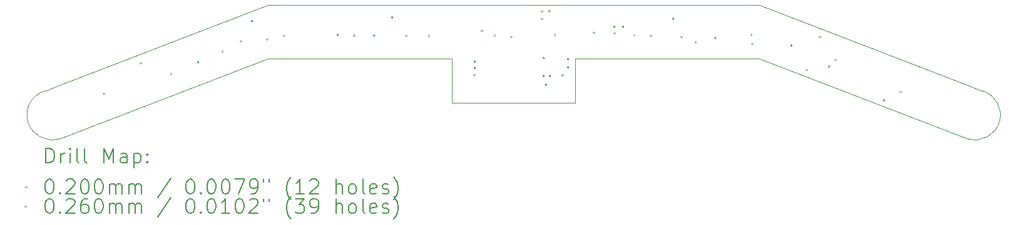
<source format=gbr>
%TF.GenerationSoftware,KiCad,Pcbnew,8.0.3*%
%TF.CreationDate,2025-05-12T20:40:59+02:00*%
%TF.ProjectId,AnalogSensorPCB,416e616c-6f67-4536-956e-736f72504342,rev?*%
%TF.SameCoordinates,Original*%
%TF.FileFunction,Drillmap*%
%TF.FilePolarity,Positive*%
%FSLAX45Y45*%
G04 Gerber Fmt 4.5, Leading zero omitted, Abs format (unit mm)*
G04 Created by KiCad (PCBNEW 8.0.3) date 2025-05-12 20:40:59*
%MOMM*%
%LPD*%
G01*
G04 APERTURE LIST*
%ADD10C,0.050000*%
%ADD11C,0.200000*%
%ADD12C,0.100000*%
G04 APERTURE END LIST*
D10*
X7165000Y-8065000D02*
X9990000Y-6975000D01*
X7165000Y-7340000D02*
X9990000Y-6250000D01*
X16640000Y-6250000D02*
X13315000Y-6250000D01*
X19465000Y-8065000D02*
X16640000Y-6975000D01*
X14150000Y-7575000D02*
X12480000Y-7575000D01*
X16640000Y-6975000D02*
X14150000Y-6975000D01*
X19465000Y-7340000D02*
X16640000Y-6250000D01*
X19655070Y-7412961D02*
G75*
G02*
X19465001Y-8064996I-95030J-326019D01*
G01*
X9990000Y-6975000D02*
X12480000Y-6975000D01*
X12480000Y-6975000D02*
X12480000Y-7575000D01*
X7165000Y-7340000D02*
X6974930Y-7412961D01*
X9990000Y-6250000D02*
X13315000Y-6250000D01*
X14150000Y-6975000D02*
X14150000Y-7575000D01*
X19465000Y-7340000D02*
X19655070Y-7412961D01*
X7165000Y-8065000D02*
G75*
G02*
X6974930Y-7412962I-95035J326019D01*
G01*
D11*
D12*
X8668000Y-7172000D02*
X8688000Y-7192000D01*
X8688000Y-7172000D02*
X8668000Y-7192000D01*
X9362000Y-6868000D02*
X9382000Y-6888000D01*
X9382000Y-6868000D02*
X9362000Y-6888000D01*
X10197000Y-6653000D02*
X10217000Y-6673000D01*
X10217000Y-6653000D02*
X10197000Y-6673000D01*
X11145000Y-6648000D02*
X11165000Y-6668000D01*
X11165000Y-6648000D02*
X11145000Y-6668000D01*
X12156000Y-6656000D02*
X12176000Y-6676000D01*
X12176000Y-6656000D02*
X12156000Y-6676000D01*
X13043000Y-6648000D02*
X13063000Y-6668000D01*
X13063000Y-6648000D02*
X13043000Y-6668000D01*
X13860000Y-6639000D02*
X13880000Y-6659000D01*
X13880000Y-6639000D02*
X13860000Y-6659000D01*
X14935500Y-6644500D02*
X14955500Y-6664500D01*
X14955500Y-6644500D02*
X14935500Y-6664500D01*
X15765000Y-6740000D02*
X15785000Y-6760000D01*
X15785000Y-6740000D02*
X15765000Y-6760000D01*
X16518000Y-6638000D02*
X16538000Y-6658000D01*
X16538000Y-6638000D02*
X16518000Y-6658000D01*
X17657000Y-6983000D02*
X17677000Y-7003000D01*
X17677000Y-6983000D02*
X17657000Y-7003000D01*
X18537000Y-7413000D02*
X18557000Y-7433000D01*
X18557000Y-7413000D02*
X18537000Y-7433000D01*
X7784000Y-7454000D02*
G75*
G02*
X7758000Y-7454000I-13000J0D01*
G01*
X7758000Y-7454000D02*
G75*
G02*
X7784000Y-7454000I13000J0D01*
G01*
X8284000Y-7039000D02*
G75*
G02*
X8258000Y-7039000I-13000J0D01*
G01*
X8258000Y-7039000D02*
G75*
G02*
X8284000Y-7039000I13000J0D01*
G01*
X9059000Y-7027000D02*
G75*
G02*
X9033000Y-7027000I-13000J0D01*
G01*
X9033000Y-7027000D02*
G75*
G02*
X9059000Y-7027000I13000J0D01*
G01*
X9641000Y-6741000D02*
G75*
G02*
X9615000Y-6741000I-13000J0D01*
G01*
X9615000Y-6741000D02*
G75*
G02*
X9641000Y-6741000I13000J0D01*
G01*
X9788000Y-6469000D02*
G75*
G02*
X9762000Y-6469000I-13000J0D01*
G01*
X9762000Y-6469000D02*
G75*
G02*
X9788000Y-6469000I13000J0D01*
G01*
X9995000Y-6715000D02*
G75*
G02*
X9969000Y-6715000I-13000J0D01*
G01*
X9969000Y-6715000D02*
G75*
G02*
X9995000Y-6715000I13000J0D01*
G01*
X10946000Y-6654000D02*
G75*
G02*
X10920000Y-6654000I-13000J0D01*
G01*
X10920000Y-6654000D02*
G75*
G02*
X10946000Y-6654000I13000J0D01*
G01*
X11442000Y-6663000D02*
G75*
G02*
X11416000Y-6663000I-13000J0D01*
G01*
X11416000Y-6663000D02*
G75*
G02*
X11442000Y-6663000I13000J0D01*
G01*
X11688000Y-6416000D02*
G75*
G02*
X11662000Y-6416000I-13000J0D01*
G01*
X11662000Y-6416000D02*
G75*
G02*
X11688000Y-6416000I13000J0D01*
G01*
X11875000Y-6663000D02*
G75*
G02*
X11849000Y-6663000I-13000J0D01*
G01*
X11849000Y-6663000D02*
G75*
G02*
X11875000Y-6663000I13000J0D01*
G01*
X12799000Y-7199000D02*
G75*
G02*
X12773000Y-7199000I-13000J0D01*
G01*
X12773000Y-7199000D02*
G75*
G02*
X12799000Y-7199000I13000J0D01*
G01*
X12804000Y-7101000D02*
G75*
G02*
X12778000Y-7101000I-13000J0D01*
G01*
X12778000Y-7101000D02*
G75*
G02*
X12804000Y-7101000I13000J0D01*
G01*
X12805000Y-7018000D02*
G75*
G02*
X12779000Y-7018000I-13000J0D01*
G01*
X12779000Y-7018000D02*
G75*
G02*
X12805000Y-7018000I13000J0D01*
G01*
X12900000Y-6600000D02*
G75*
G02*
X12874000Y-6600000I-13000J0D01*
G01*
X12874000Y-6600000D02*
G75*
G02*
X12900000Y-6600000I13000J0D01*
G01*
X13299000Y-6685000D02*
G75*
G02*
X13273000Y-6685000I-13000J0D01*
G01*
X13273000Y-6685000D02*
G75*
G02*
X13299000Y-6685000I13000J0D01*
G01*
X13713000Y-6337000D02*
G75*
G02*
X13687000Y-6337000I-13000J0D01*
G01*
X13687000Y-6337000D02*
G75*
G02*
X13713000Y-6337000I13000J0D01*
G01*
X13713000Y-6435000D02*
G75*
G02*
X13687000Y-6435000I-13000J0D01*
G01*
X13687000Y-6435000D02*
G75*
G02*
X13713000Y-6435000I13000J0D01*
G01*
X13731000Y-7211000D02*
G75*
G02*
X13705000Y-7211000I-13000J0D01*
G01*
X13705000Y-7211000D02*
G75*
G02*
X13731000Y-7211000I13000J0D01*
G01*
X13736000Y-6968000D02*
G75*
G02*
X13710000Y-6968000I-13000J0D01*
G01*
X13710000Y-6968000D02*
G75*
G02*
X13736000Y-6968000I13000J0D01*
G01*
X13770000Y-7331000D02*
G75*
G02*
X13744000Y-7331000I-13000J0D01*
G01*
X13744000Y-7331000D02*
G75*
G02*
X13770000Y-7331000I13000J0D01*
G01*
X13813000Y-6331000D02*
G75*
G02*
X13787000Y-6331000I-13000J0D01*
G01*
X13787000Y-6331000D02*
G75*
G02*
X13813000Y-6331000I13000J0D01*
G01*
X13819000Y-7210000D02*
G75*
G02*
X13793000Y-7210000I-13000J0D01*
G01*
X13793000Y-7210000D02*
G75*
G02*
X13819000Y-7210000I13000J0D01*
G01*
X13988000Y-7200000D02*
G75*
G02*
X13962000Y-7200000I-13000J0D01*
G01*
X13962000Y-7200000D02*
G75*
G02*
X13988000Y-7200000I13000J0D01*
G01*
X14063000Y-6986000D02*
G75*
G02*
X14037000Y-6986000I-13000J0D01*
G01*
X14037000Y-6986000D02*
G75*
G02*
X14063000Y-6986000I13000J0D01*
G01*
X14065000Y-7096000D02*
G75*
G02*
X14039000Y-7096000I-13000J0D01*
G01*
X14039000Y-7096000D02*
G75*
G02*
X14065000Y-7096000I13000J0D01*
G01*
X14415000Y-6626000D02*
G75*
G02*
X14389000Y-6626000I-13000J0D01*
G01*
X14389000Y-6626000D02*
G75*
G02*
X14415000Y-6626000I13000J0D01*
G01*
X14688000Y-6545000D02*
G75*
G02*
X14662000Y-6545000I-13000J0D01*
G01*
X14662000Y-6545000D02*
G75*
G02*
X14688000Y-6545000I13000J0D01*
G01*
X14691000Y-6632000D02*
G75*
G02*
X14665000Y-6632000I-13000J0D01*
G01*
X14665000Y-6632000D02*
G75*
G02*
X14691000Y-6632000I13000J0D01*
G01*
X14807000Y-6543000D02*
G75*
G02*
X14781000Y-6543000I-13000J0D01*
G01*
X14781000Y-6543000D02*
G75*
G02*
X14807000Y-6543000I13000J0D01*
G01*
X15188000Y-6665000D02*
G75*
G02*
X15162000Y-6665000I-13000J0D01*
G01*
X15162000Y-6665000D02*
G75*
G02*
X15188000Y-6665000I13000J0D01*
G01*
X15488000Y-6433000D02*
G75*
G02*
X15462000Y-6433000I-13000J0D01*
G01*
X15462000Y-6433000D02*
G75*
G02*
X15488000Y-6433000I13000J0D01*
G01*
X15600000Y-6681000D02*
G75*
G02*
X15574000Y-6681000I-13000J0D01*
G01*
X15574000Y-6681000D02*
G75*
G02*
X15600000Y-6681000I13000J0D01*
G01*
X16055000Y-6693000D02*
G75*
G02*
X16029000Y-6693000I-13000J0D01*
G01*
X16029000Y-6693000D02*
G75*
G02*
X16055000Y-6693000I13000J0D01*
G01*
X16555000Y-6776000D02*
G75*
G02*
X16529000Y-6776000I-13000J0D01*
G01*
X16529000Y-6776000D02*
G75*
G02*
X16555000Y-6776000I13000J0D01*
G01*
X17083000Y-6797000D02*
G75*
G02*
X17057000Y-6797000I-13000J0D01*
G01*
X17057000Y-6797000D02*
G75*
G02*
X17083000Y-6797000I13000J0D01*
G01*
X17293000Y-7130000D02*
G75*
G02*
X17267000Y-7130000I-13000J0D01*
G01*
X17267000Y-7130000D02*
G75*
G02*
X17293000Y-7130000I13000J0D01*
G01*
X17470000Y-6681000D02*
G75*
G02*
X17444000Y-6681000I-13000J0D01*
G01*
X17444000Y-6681000D02*
G75*
G02*
X17470000Y-6681000I13000J0D01*
G01*
X17596000Y-7083000D02*
G75*
G02*
X17570000Y-7083000I-13000J0D01*
G01*
X17570000Y-7083000D02*
G75*
G02*
X17596000Y-7083000I13000J0D01*
G01*
X18339000Y-7539000D02*
G75*
G02*
X18313000Y-7539000I-13000J0D01*
G01*
X18313000Y-7539000D02*
G75*
G02*
X18339000Y-7539000I13000J0D01*
G01*
D11*
X6988654Y-8392553D02*
X6988654Y-8192553D01*
X6988654Y-8192553D02*
X7036273Y-8192553D01*
X7036273Y-8192553D02*
X7064844Y-8202076D01*
X7064844Y-8202076D02*
X7083892Y-8221124D01*
X7083892Y-8221124D02*
X7093416Y-8240172D01*
X7093416Y-8240172D02*
X7102940Y-8278267D01*
X7102940Y-8278267D02*
X7102940Y-8306838D01*
X7102940Y-8306838D02*
X7093416Y-8344934D01*
X7093416Y-8344934D02*
X7083892Y-8363981D01*
X7083892Y-8363981D02*
X7064844Y-8383029D01*
X7064844Y-8383029D02*
X7036273Y-8392553D01*
X7036273Y-8392553D02*
X6988654Y-8392553D01*
X7188654Y-8392553D02*
X7188654Y-8259219D01*
X7188654Y-8297315D02*
X7198178Y-8278267D01*
X7198178Y-8278267D02*
X7207701Y-8268743D01*
X7207701Y-8268743D02*
X7226749Y-8259219D01*
X7226749Y-8259219D02*
X7245797Y-8259219D01*
X7312463Y-8392553D02*
X7312463Y-8259219D01*
X7312463Y-8192553D02*
X7302940Y-8202076D01*
X7302940Y-8202076D02*
X7312463Y-8211600D01*
X7312463Y-8211600D02*
X7321987Y-8202076D01*
X7321987Y-8202076D02*
X7312463Y-8192553D01*
X7312463Y-8192553D02*
X7312463Y-8211600D01*
X7436273Y-8392553D02*
X7417225Y-8383029D01*
X7417225Y-8383029D02*
X7407701Y-8363981D01*
X7407701Y-8363981D02*
X7407701Y-8192553D01*
X7541035Y-8392553D02*
X7521987Y-8383029D01*
X7521987Y-8383029D02*
X7512463Y-8363981D01*
X7512463Y-8363981D02*
X7512463Y-8192553D01*
X7769606Y-8392553D02*
X7769606Y-8192553D01*
X7769606Y-8192553D02*
X7836273Y-8335410D01*
X7836273Y-8335410D02*
X7902940Y-8192553D01*
X7902940Y-8192553D02*
X7902940Y-8392553D01*
X8083892Y-8392553D02*
X8083892Y-8287791D01*
X8083892Y-8287791D02*
X8074368Y-8268743D01*
X8074368Y-8268743D02*
X8055321Y-8259219D01*
X8055321Y-8259219D02*
X8017225Y-8259219D01*
X8017225Y-8259219D02*
X7998178Y-8268743D01*
X8083892Y-8383029D02*
X8064844Y-8392553D01*
X8064844Y-8392553D02*
X8017225Y-8392553D01*
X8017225Y-8392553D02*
X7998178Y-8383029D01*
X7998178Y-8383029D02*
X7988654Y-8363981D01*
X7988654Y-8363981D02*
X7988654Y-8344934D01*
X7988654Y-8344934D02*
X7998178Y-8325886D01*
X7998178Y-8325886D02*
X8017225Y-8316362D01*
X8017225Y-8316362D02*
X8064844Y-8316362D01*
X8064844Y-8316362D02*
X8083892Y-8306838D01*
X8179130Y-8259219D02*
X8179130Y-8459219D01*
X8179130Y-8268743D02*
X8198178Y-8259219D01*
X8198178Y-8259219D02*
X8236273Y-8259219D01*
X8236273Y-8259219D02*
X8255321Y-8268743D01*
X8255321Y-8268743D02*
X8264844Y-8278267D01*
X8264844Y-8278267D02*
X8274368Y-8297315D01*
X8274368Y-8297315D02*
X8274368Y-8354457D01*
X8274368Y-8354457D02*
X8264844Y-8373505D01*
X8264844Y-8373505D02*
X8255321Y-8383029D01*
X8255321Y-8383029D02*
X8236273Y-8392553D01*
X8236273Y-8392553D02*
X8198178Y-8392553D01*
X8198178Y-8392553D02*
X8179130Y-8383029D01*
X8360082Y-8373505D02*
X8369606Y-8383029D01*
X8369606Y-8383029D02*
X8360082Y-8392553D01*
X8360082Y-8392553D02*
X8350559Y-8383029D01*
X8350559Y-8383029D02*
X8360082Y-8373505D01*
X8360082Y-8373505D02*
X8360082Y-8392553D01*
X8360082Y-8268743D02*
X8369606Y-8278267D01*
X8369606Y-8278267D02*
X8360082Y-8287791D01*
X8360082Y-8287791D02*
X8350559Y-8278267D01*
X8350559Y-8278267D02*
X8360082Y-8268743D01*
X8360082Y-8268743D02*
X8360082Y-8287791D01*
D12*
X6707877Y-8711069D02*
X6727877Y-8731069D01*
X6727877Y-8711069D02*
X6707877Y-8731069D01*
D11*
X7026749Y-8612553D02*
X7045797Y-8612553D01*
X7045797Y-8612553D02*
X7064844Y-8622077D01*
X7064844Y-8622077D02*
X7074368Y-8631600D01*
X7074368Y-8631600D02*
X7083892Y-8650648D01*
X7083892Y-8650648D02*
X7093416Y-8688743D01*
X7093416Y-8688743D02*
X7093416Y-8736362D01*
X7093416Y-8736362D02*
X7083892Y-8774457D01*
X7083892Y-8774457D02*
X7074368Y-8793505D01*
X7074368Y-8793505D02*
X7064844Y-8803029D01*
X7064844Y-8803029D02*
X7045797Y-8812553D01*
X7045797Y-8812553D02*
X7026749Y-8812553D01*
X7026749Y-8812553D02*
X7007701Y-8803029D01*
X7007701Y-8803029D02*
X6998178Y-8793505D01*
X6998178Y-8793505D02*
X6988654Y-8774457D01*
X6988654Y-8774457D02*
X6979130Y-8736362D01*
X6979130Y-8736362D02*
X6979130Y-8688743D01*
X6979130Y-8688743D02*
X6988654Y-8650648D01*
X6988654Y-8650648D02*
X6998178Y-8631600D01*
X6998178Y-8631600D02*
X7007701Y-8622077D01*
X7007701Y-8622077D02*
X7026749Y-8612553D01*
X7179130Y-8793505D02*
X7188654Y-8803029D01*
X7188654Y-8803029D02*
X7179130Y-8812553D01*
X7179130Y-8812553D02*
X7169606Y-8803029D01*
X7169606Y-8803029D02*
X7179130Y-8793505D01*
X7179130Y-8793505D02*
X7179130Y-8812553D01*
X7264844Y-8631600D02*
X7274368Y-8622077D01*
X7274368Y-8622077D02*
X7293416Y-8612553D01*
X7293416Y-8612553D02*
X7341035Y-8612553D01*
X7341035Y-8612553D02*
X7360082Y-8622077D01*
X7360082Y-8622077D02*
X7369606Y-8631600D01*
X7369606Y-8631600D02*
X7379130Y-8650648D01*
X7379130Y-8650648D02*
X7379130Y-8669696D01*
X7379130Y-8669696D02*
X7369606Y-8698267D01*
X7369606Y-8698267D02*
X7255321Y-8812553D01*
X7255321Y-8812553D02*
X7379130Y-8812553D01*
X7502940Y-8612553D02*
X7521987Y-8612553D01*
X7521987Y-8612553D02*
X7541035Y-8622077D01*
X7541035Y-8622077D02*
X7550559Y-8631600D01*
X7550559Y-8631600D02*
X7560082Y-8650648D01*
X7560082Y-8650648D02*
X7569606Y-8688743D01*
X7569606Y-8688743D02*
X7569606Y-8736362D01*
X7569606Y-8736362D02*
X7560082Y-8774457D01*
X7560082Y-8774457D02*
X7550559Y-8793505D01*
X7550559Y-8793505D02*
X7541035Y-8803029D01*
X7541035Y-8803029D02*
X7521987Y-8812553D01*
X7521987Y-8812553D02*
X7502940Y-8812553D01*
X7502940Y-8812553D02*
X7483892Y-8803029D01*
X7483892Y-8803029D02*
X7474368Y-8793505D01*
X7474368Y-8793505D02*
X7464844Y-8774457D01*
X7464844Y-8774457D02*
X7455321Y-8736362D01*
X7455321Y-8736362D02*
X7455321Y-8688743D01*
X7455321Y-8688743D02*
X7464844Y-8650648D01*
X7464844Y-8650648D02*
X7474368Y-8631600D01*
X7474368Y-8631600D02*
X7483892Y-8622077D01*
X7483892Y-8622077D02*
X7502940Y-8612553D01*
X7693416Y-8612553D02*
X7712463Y-8612553D01*
X7712463Y-8612553D02*
X7731511Y-8622077D01*
X7731511Y-8622077D02*
X7741035Y-8631600D01*
X7741035Y-8631600D02*
X7750559Y-8650648D01*
X7750559Y-8650648D02*
X7760082Y-8688743D01*
X7760082Y-8688743D02*
X7760082Y-8736362D01*
X7760082Y-8736362D02*
X7750559Y-8774457D01*
X7750559Y-8774457D02*
X7741035Y-8793505D01*
X7741035Y-8793505D02*
X7731511Y-8803029D01*
X7731511Y-8803029D02*
X7712463Y-8812553D01*
X7712463Y-8812553D02*
X7693416Y-8812553D01*
X7693416Y-8812553D02*
X7674368Y-8803029D01*
X7674368Y-8803029D02*
X7664844Y-8793505D01*
X7664844Y-8793505D02*
X7655321Y-8774457D01*
X7655321Y-8774457D02*
X7645797Y-8736362D01*
X7645797Y-8736362D02*
X7645797Y-8688743D01*
X7645797Y-8688743D02*
X7655321Y-8650648D01*
X7655321Y-8650648D02*
X7664844Y-8631600D01*
X7664844Y-8631600D02*
X7674368Y-8622077D01*
X7674368Y-8622077D02*
X7693416Y-8612553D01*
X7845797Y-8812553D02*
X7845797Y-8679219D01*
X7845797Y-8698267D02*
X7855321Y-8688743D01*
X7855321Y-8688743D02*
X7874368Y-8679219D01*
X7874368Y-8679219D02*
X7902940Y-8679219D01*
X7902940Y-8679219D02*
X7921987Y-8688743D01*
X7921987Y-8688743D02*
X7931511Y-8707791D01*
X7931511Y-8707791D02*
X7931511Y-8812553D01*
X7931511Y-8707791D02*
X7941035Y-8688743D01*
X7941035Y-8688743D02*
X7960082Y-8679219D01*
X7960082Y-8679219D02*
X7988654Y-8679219D01*
X7988654Y-8679219D02*
X8007702Y-8688743D01*
X8007702Y-8688743D02*
X8017225Y-8707791D01*
X8017225Y-8707791D02*
X8017225Y-8812553D01*
X8112463Y-8812553D02*
X8112463Y-8679219D01*
X8112463Y-8698267D02*
X8121987Y-8688743D01*
X8121987Y-8688743D02*
X8141035Y-8679219D01*
X8141035Y-8679219D02*
X8169606Y-8679219D01*
X8169606Y-8679219D02*
X8188654Y-8688743D01*
X8188654Y-8688743D02*
X8198178Y-8707791D01*
X8198178Y-8707791D02*
X8198178Y-8812553D01*
X8198178Y-8707791D02*
X8207702Y-8688743D01*
X8207702Y-8688743D02*
X8226749Y-8679219D01*
X8226749Y-8679219D02*
X8255321Y-8679219D01*
X8255321Y-8679219D02*
X8274368Y-8688743D01*
X8274368Y-8688743D02*
X8283892Y-8707791D01*
X8283892Y-8707791D02*
X8283892Y-8812553D01*
X8674368Y-8603029D02*
X8502940Y-8860172D01*
X8931511Y-8612553D02*
X8950559Y-8612553D01*
X8950559Y-8612553D02*
X8969607Y-8622077D01*
X8969607Y-8622077D02*
X8979130Y-8631600D01*
X8979130Y-8631600D02*
X8988654Y-8650648D01*
X8988654Y-8650648D02*
X8998178Y-8688743D01*
X8998178Y-8688743D02*
X8998178Y-8736362D01*
X8998178Y-8736362D02*
X8988654Y-8774457D01*
X8988654Y-8774457D02*
X8979130Y-8793505D01*
X8979130Y-8793505D02*
X8969607Y-8803029D01*
X8969607Y-8803029D02*
X8950559Y-8812553D01*
X8950559Y-8812553D02*
X8931511Y-8812553D01*
X8931511Y-8812553D02*
X8912464Y-8803029D01*
X8912464Y-8803029D02*
X8902940Y-8793505D01*
X8902940Y-8793505D02*
X8893416Y-8774457D01*
X8893416Y-8774457D02*
X8883892Y-8736362D01*
X8883892Y-8736362D02*
X8883892Y-8688743D01*
X8883892Y-8688743D02*
X8893416Y-8650648D01*
X8893416Y-8650648D02*
X8902940Y-8631600D01*
X8902940Y-8631600D02*
X8912464Y-8622077D01*
X8912464Y-8622077D02*
X8931511Y-8612553D01*
X9083892Y-8793505D02*
X9093416Y-8803029D01*
X9093416Y-8803029D02*
X9083892Y-8812553D01*
X9083892Y-8812553D02*
X9074368Y-8803029D01*
X9074368Y-8803029D02*
X9083892Y-8793505D01*
X9083892Y-8793505D02*
X9083892Y-8812553D01*
X9217226Y-8612553D02*
X9236273Y-8612553D01*
X9236273Y-8612553D02*
X9255321Y-8622077D01*
X9255321Y-8622077D02*
X9264845Y-8631600D01*
X9264845Y-8631600D02*
X9274368Y-8650648D01*
X9274368Y-8650648D02*
X9283892Y-8688743D01*
X9283892Y-8688743D02*
X9283892Y-8736362D01*
X9283892Y-8736362D02*
X9274368Y-8774457D01*
X9274368Y-8774457D02*
X9264845Y-8793505D01*
X9264845Y-8793505D02*
X9255321Y-8803029D01*
X9255321Y-8803029D02*
X9236273Y-8812553D01*
X9236273Y-8812553D02*
X9217226Y-8812553D01*
X9217226Y-8812553D02*
X9198178Y-8803029D01*
X9198178Y-8803029D02*
X9188654Y-8793505D01*
X9188654Y-8793505D02*
X9179130Y-8774457D01*
X9179130Y-8774457D02*
X9169607Y-8736362D01*
X9169607Y-8736362D02*
X9169607Y-8688743D01*
X9169607Y-8688743D02*
X9179130Y-8650648D01*
X9179130Y-8650648D02*
X9188654Y-8631600D01*
X9188654Y-8631600D02*
X9198178Y-8622077D01*
X9198178Y-8622077D02*
X9217226Y-8612553D01*
X9407702Y-8612553D02*
X9426749Y-8612553D01*
X9426749Y-8612553D02*
X9445797Y-8622077D01*
X9445797Y-8622077D02*
X9455321Y-8631600D01*
X9455321Y-8631600D02*
X9464845Y-8650648D01*
X9464845Y-8650648D02*
X9474368Y-8688743D01*
X9474368Y-8688743D02*
X9474368Y-8736362D01*
X9474368Y-8736362D02*
X9464845Y-8774457D01*
X9464845Y-8774457D02*
X9455321Y-8793505D01*
X9455321Y-8793505D02*
X9445797Y-8803029D01*
X9445797Y-8803029D02*
X9426749Y-8812553D01*
X9426749Y-8812553D02*
X9407702Y-8812553D01*
X9407702Y-8812553D02*
X9388654Y-8803029D01*
X9388654Y-8803029D02*
X9379130Y-8793505D01*
X9379130Y-8793505D02*
X9369607Y-8774457D01*
X9369607Y-8774457D02*
X9360083Y-8736362D01*
X9360083Y-8736362D02*
X9360083Y-8688743D01*
X9360083Y-8688743D02*
X9369607Y-8650648D01*
X9369607Y-8650648D02*
X9379130Y-8631600D01*
X9379130Y-8631600D02*
X9388654Y-8622077D01*
X9388654Y-8622077D02*
X9407702Y-8612553D01*
X9541035Y-8612553D02*
X9674368Y-8612553D01*
X9674368Y-8612553D02*
X9588654Y-8812553D01*
X9760083Y-8812553D02*
X9798178Y-8812553D01*
X9798178Y-8812553D02*
X9817226Y-8803029D01*
X9817226Y-8803029D02*
X9826749Y-8793505D01*
X9826749Y-8793505D02*
X9845797Y-8764934D01*
X9845797Y-8764934D02*
X9855321Y-8726838D01*
X9855321Y-8726838D02*
X9855321Y-8650648D01*
X9855321Y-8650648D02*
X9845797Y-8631600D01*
X9845797Y-8631600D02*
X9836273Y-8622077D01*
X9836273Y-8622077D02*
X9817226Y-8612553D01*
X9817226Y-8612553D02*
X9779130Y-8612553D01*
X9779130Y-8612553D02*
X9760083Y-8622077D01*
X9760083Y-8622077D02*
X9750559Y-8631600D01*
X9750559Y-8631600D02*
X9741035Y-8650648D01*
X9741035Y-8650648D02*
X9741035Y-8698267D01*
X9741035Y-8698267D02*
X9750559Y-8717315D01*
X9750559Y-8717315D02*
X9760083Y-8726838D01*
X9760083Y-8726838D02*
X9779130Y-8736362D01*
X9779130Y-8736362D02*
X9817226Y-8736362D01*
X9817226Y-8736362D02*
X9836273Y-8726838D01*
X9836273Y-8726838D02*
X9845797Y-8717315D01*
X9845797Y-8717315D02*
X9855321Y-8698267D01*
X9931511Y-8612553D02*
X9931511Y-8650648D01*
X10007702Y-8612553D02*
X10007702Y-8650648D01*
X10302940Y-8888743D02*
X10293416Y-8879219D01*
X10293416Y-8879219D02*
X10274369Y-8850648D01*
X10274369Y-8850648D02*
X10264845Y-8831600D01*
X10264845Y-8831600D02*
X10255321Y-8803029D01*
X10255321Y-8803029D02*
X10245797Y-8755410D01*
X10245797Y-8755410D02*
X10245797Y-8717315D01*
X10245797Y-8717315D02*
X10255321Y-8669696D01*
X10255321Y-8669696D02*
X10264845Y-8641124D01*
X10264845Y-8641124D02*
X10274369Y-8622077D01*
X10274369Y-8622077D02*
X10293416Y-8593505D01*
X10293416Y-8593505D02*
X10302940Y-8583981D01*
X10483892Y-8812553D02*
X10369607Y-8812553D01*
X10426749Y-8812553D02*
X10426749Y-8612553D01*
X10426749Y-8612553D02*
X10407702Y-8641124D01*
X10407702Y-8641124D02*
X10388654Y-8660172D01*
X10388654Y-8660172D02*
X10369607Y-8669696D01*
X10560083Y-8631600D02*
X10569607Y-8622077D01*
X10569607Y-8622077D02*
X10588654Y-8612553D01*
X10588654Y-8612553D02*
X10636273Y-8612553D01*
X10636273Y-8612553D02*
X10655321Y-8622077D01*
X10655321Y-8622077D02*
X10664845Y-8631600D01*
X10664845Y-8631600D02*
X10674369Y-8650648D01*
X10674369Y-8650648D02*
X10674369Y-8669696D01*
X10674369Y-8669696D02*
X10664845Y-8698267D01*
X10664845Y-8698267D02*
X10550559Y-8812553D01*
X10550559Y-8812553D02*
X10674369Y-8812553D01*
X10912464Y-8812553D02*
X10912464Y-8612553D01*
X10998178Y-8812553D02*
X10998178Y-8707791D01*
X10998178Y-8707791D02*
X10988654Y-8688743D01*
X10988654Y-8688743D02*
X10969607Y-8679219D01*
X10969607Y-8679219D02*
X10941035Y-8679219D01*
X10941035Y-8679219D02*
X10921988Y-8688743D01*
X10921988Y-8688743D02*
X10912464Y-8698267D01*
X11121988Y-8812553D02*
X11102940Y-8803029D01*
X11102940Y-8803029D02*
X11093416Y-8793505D01*
X11093416Y-8793505D02*
X11083892Y-8774457D01*
X11083892Y-8774457D02*
X11083892Y-8717315D01*
X11083892Y-8717315D02*
X11093416Y-8698267D01*
X11093416Y-8698267D02*
X11102940Y-8688743D01*
X11102940Y-8688743D02*
X11121988Y-8679219D01*
X11121988Y-8679219D02*
X11150559Y-8679219D01*
X11150559Y-8679219D02*
X11169607Y-8688743D01*
X11169607Y-8688743D02*
X11179131Y-8698267D01*
X11179131Y-8698267D02*
X11188654Y-8717315D01*
X11188654Y-8717315D02*
X11188654Y-8774457D01*
X11188654Y-8774457D02*
X11179131Y-8793505D01*
X11179131Y-8793505D02*
X11169607Y-8803029D01*
X11169607Y-8803029D02*
X11150559Y-8812553D01*
X11150559Y-8812553D02*
X11121988Y-8812553D01*
X11302940Y-8812553D02*
X11283892Y-8803029D01*
X11283892Y-8803029D02*
X11274369Y-8783981D01*
X11274369Y-8783981D02*
X11274369Y-8612553D01*
X11455321Y-8803029D02*
X11436273Y-8812553D01*
X11436273Y-8812553D02*
X11398178Y-8812553D01*
X11398178Y-8812553D02*
X11379130Y-8803029D01*
X11379130Y-8803029D02*
X11369607Y-8783981D01*
X11369607Y-8783981D02*
X11369607Y-8707791D01*
X11369607Y-8707791D02*
X11379130Y-8688743D01*
X11379130Y-8688743D02*
X11398178Y-8679219D01*
X11398178Y-8679219D02*
X11436273Y-8679219D01*
X11436273Y-8679219D02*
X11455321Y-8688743D01*
X11455321Y-8688743D02*
X11464845Y-8707791D01*
X11464845Y-8707791D02*
X11464845Y-8726838D01*
X11464845Y-8726838D02*
X11369607Y-8745886D01*
X11541035Y-8803029D02*
X11560083Y-8812553D01*
X11560083Y-8812553D02*
X11598178Y-8812553D01*
X11598178Y-8812553D02*
X11617226Y-8803029D01*
X11617226Y-8803029D02*
X11626750Y-8783981D01*
X11626750Y-8783981D02*
X11626750Y-8774457D01*
X11626750Y-8774457D02*
X11617226Y-8755410D01*
X11617226Y-8755410D02*
X11598178Y-8745886D01*
X11598178Y-8745886D02*
X11569607Y-8745886D01*
X11569607Y-8745886D02*
X11550559Y-8736362D01*
X11550559Y-8736362D02*
X11541035Y-8717315D01*
X11541035Y-8717315D02*
X11541035Y-8707791D01*
X11541035Y-8707791D02*
X11550559Y-8688743D01*
X11550559Y-8688743D02*
X11569607Y-8679219D01*
X11569607Y-8679219D02*
X11598178Y-8679219D01*
X11598178Y-8679219D02*
X11617226Y-8688743D01*
X11693416Y-8888743D02*
X11702940Y-8879219D01*
X11702940Y-8879219D02*
X11721988Y-8850648D01*
X11721988Y-8850648D02*
X11731511Y-8831600D01*
X11731511Y-8831600D02*
X11741035Y-8803029D01*
X11741035Y-8803029D02*
X11750559Y-8755410D01*
X11750559Y-8755410D02*
X11750559Y-8717315D01*
X11750559Y-8717315D02*
X11741035Y-8669696D01*
X11741035Y-8669696D02*
X11731511Y-8641124D01*
X11731511Y-8641124D02*
X11721988Y-8622077D01*
X11721988Y-8622077D02*
X11702940Y-8593505D01*
X11702940Y-8593505D02*
X11693416Y-8583981D01*
D12*
X6727877Y-8985069D02*
G75*
G02*
X6701877Y-8985069I-13000J0D01*
G01*
X6701877Y-8985069D02*
G75*
G02*
X6727877Y-8985069I13000J0D01*
G01*
D11*
X7026749Y-8876553D02*
X7045797Y-8876553D01*
X7045797Y-8876553D02*
X7064844Y-8886077D01*
X7064844Y-8886077D02*
X7074368Y-8895600D01*
X7074368Y-8895600D02*
X7083892Y-8914648D01*
X7083892Y-8914648D02*
X7093416Y-8952743D01*
X7093416Y-8952743D02*
X7093416Y-9000362D01*
X7093416Y-9000362D02*
X7083892Y-9038457D01*
X7083892Y-9038457D02*
X7074368Y-9057505D01*
X7074368Y-9057505D02*
X7064844Y-9067029D01*
X7064844Y-9067029D02*
X7045797Y-9076553D01*
X7045797Y-9076553D02*
X7026749Y-9076553D01*
X7026749Y-9076553D02*
X7007701Y-9067029D01*
X7007701Y-9067029D02*
X6998178Y-9057505D01*
X6998178Y-9057505D02*
X6988654Y-9038457D01*
X6988654Y-9038457D02*
X6979130Y-9000362D01*
X6979130Y-9000362D02*
X6979130Y-8952743D01*
X6979130Y-8952743D02*
X6988654Y-8914648D01*
X6988654Y-8914648D02*
X6998178Y-8895600D01*
X6998178Y-8895600D02*
X7007701Y-8886077D01*
X7007701Y-8886077D02*
X7026749Y-8876553D01*
X7179130Y-9057505D02*
X7188654Y-9067029D01*
X7188654Y-9067029D02*
X7179130Y-9076553D01*
X7179130Y-9076553D02*
X7169606Y-9067029D01*
X7169606Y-9067029D02*
X7179130Y-9057505D01*
X7179130Y-9057505D02*
X7179130Y-9076553D01*
X7264844Y-8895600D02*
X7274368Y-8886077D01*
X7274368Y-8886077D02*
X7293416Y-8876553D01*
X7293416Y-8876553D02*
X7341035Y-8876553D01*
X7341035Y-8876553D02*
X7360082Y-8886077D01*
X7360082Y-8886077D02*
X7369606Y-8895600D01*
X7369606Y-8895600D02*
X7379130Y-8914648D01*
X7379130Y-8914648D02*
X7379130Y-8933696D01*
X7379130Y-8933696D02*
X7369606Y-8962267D01*
X7369606Y-8962267D02*
X7255321Y-9076553D01*
X7255321Y-9076553D02*
X7379130Y-9076553D01*
X7550559Y-8876553D02*
X7512463Y-8876553D01*
X7512463Y-8876553D02*
X7493416Y-8886077D01*
X7493416Y-8886077D02*
X7483892Y-8895600D01*
X7483892Y-8895600D02*
X7464844Y-8924172D01*
X7464844Y-8924172D02*
X7455321Y-8962267D01*
X7455321Y-8962267D02*
X7455321Y-9038457D01*
X7455321Y-9038457D02*
X7464844Y-9057505D01*
X7464844Y-9057505D02*
X7474368Y-9067029D01*
X7474368Y-9067029D02*
X7493416Y-9076553D01*
X7493416Y-9076553D02*
X7531511Y-9076553D01*
X7531511Y-9076553D02*
X7550559Y-9067029D01*
X7550559Y-9067029D02*
X7560082Y-9057505D01*
X7560082Y-9057505D02*
X7569606Y-9038457D01*
X7569606Y-9038457D02*
X7569606Y-8990838D01*
X7569606Y-8990838D02*
X7560082Y-8971791D01*
X7560082Y-8971791D02*
X7550559Y-8962267D01*
X7550559Y-8962267D02*
X7531511Y-8952743D01*
X7531511Y-8952743D02*
X7493416Y-8952743D01*
X7493416Y-8952743D02*
X7474368Y-8962267D01*
X7474368Y-8962267D02*
X7464844Y-8971791D01*
X7464844Y-8971791D02*
X7455321Y-8990838D01*
X7693416Y-8876553D02*
X7712463Y-8876553D01*
X7712463Y-8876553D02*
X7731511Y-8886077D01*
X7731511Y-8886077D02*
X7741035Y-8895600D01*
X7741035Y-8895600D02*
X7750559Y-8914648D01*
X7750559Y-8914648D02*
X7760082Y-8952743D01*
X7760082Y-8952743D02*
X7760082Y-9000362D01*
X7760082Y-9000362D02*
X7750559Y-9038457D01*
X7750559Y-9038457D02*
X7741035Y-9057505D01*
X7741035Y-9057505D02*
X7731511Y-9067029D01*
X7731511Y-9067029D02*
X7712463Y-9076553D01*
X7712463Y-9076553D02*
X7693416Y-9076553D01*
X7693416Y-9076553D02*
X7674368Y-9067029D01*
X7674368Y-9067029D02*
X7664844Y-9057505D01*
X7664844Y-9057505D02*
X7655321Y-9038457D01*
X7655321Y-9038457D02*
X7645797Y-9000362D01*
X7645797Y-9000362D02*
X7645797Y-8952743D01*
X7645797Y-8952743D02*
X7655321Y-8914648D01*
X7655321Y-8914648D02*
X7664844Y-8895600D01*
X7664844Y-8895600D02*
X7674368Y-8886077D01*
X7674368Y-8886077D02*
X7693416Y-8876553D01*
X7845797Y-9076553D02*
X7845797Y-8943219D01*
X7845797Y-8962267D02*
X7855321Y-8952743D01*
X7855321Y-8952743D02*
X7874368Y-8943219D01*
X7874368Y-8943219D02*
X7902940Y-8943219D01*
X7902940Y-8943219D02*
X7921987Y-8952743D01*
X7921987Y-8952743D02*
X7931511Y-8971791D01*
X7931511Y-8971791D02*
X7931511Y-9076553D01*
X7931511Y-8971791D02*
X7941035Y-8952743D01*
X7941035Y-8952743D02*
X7960082Y-8943219D01*
X7960082Y-8943219D02*
X7988654Y-8943219D01*
X7988654Y-8943219D02*
X8007702Y-8952743D01*
X8007702Y-8952743D02*
X8017225Y-8971791D01*
X8017225Y-8971791D02*
X8017225Y-9076553D01*
X8112463Y-9076553D02*
X8112463Y-8943219D01*
X8112463Y-8962267D02*
X8121987Y-8952743D01*
X8121987Y-8952743D02*
X8141035Y-8943219D01*
X8141035Y-8943219D02*
X8169606Y-8943219D01*
X8169606Y-8943219D02*
X8188654Y-8952743D01*
X8188654Y-8952743D02*
X8198178Y-8971791D01*
X8198178Y-8971791D02*
X8198178Y-9076553D01*
X8198178Y-8971791D02*
X8207702Y-8952743D01*
X8207702Y-8952743D02*
X8226749Y-8943219D01*
X8226749Y-8943219D02*
X8255321Y-8943219D01*
X8255321Y-8943219D02*
X8274368Y-8952743D01*
X8274368Y-8952743D02*
X8283892Y-8971791D01*
X8283892Y-8971791D02*
X8283892Y-9076553D01*
X8674368Y-8867029D02*
X8502940Y-9124172D01*
X8931511Y-8876553D02*
X8950559Y-8876553D01*
X8950559Y-8876553D02*
X8969607Y-8886077D01*
X8969607Y-8886077D02*
X8979130Y-8895600D01*
X8979130Y-8895600D02*
X8988654Y-8914648D01*
X8988654Y-8914648D02*
X8998178Y-8952743D01*
X8998178Y-8952743D02*
X8998178Y-9000362D01*
X8998178Y-9000362D02*
X8988654Y-9038457D01*
X8988654Y-9038457D02*
X8979130Y-9057505D01*
X8979130Y-9057505D02*
X8969607Y-9067029D01*
X8969607Y-9067029D02*
X8950559Y-9076553D01*
X8950559Y-9076553D02*
X8931511Y-9076553D01*
X8931511Y-9076553D02*
X8912464Y-9067029D01*
X8912464Y-9067029D02*
X8902940Y-9057505D01*
X8902940Y-9057505D02*
X8893416Y-9038457D01*
X8893416Y-9038457D02*
X8883892Y-9000362D01*
X8883892Y-9000362D02*
X8883892Y-8952743D01*
X8883892Y-8952743D02*
X8893416Y-8914648D01*
X8893416Y-8914648D02*
X8902940Y-8895600D01*
X8902940Y-8895600D02*
X8912464Y-8886077D01*
X8912464Y-8886077D02*
X8931511Y-8876553D01*
X9083892Y-9057505D02*
X9093416Y-9067029D01*
X9093416Y-9067029D02*
X9083892Y-9076553D01*
X9083892Y-9076553D02*
X9074368Y-9067029D01*
X9074368Y-9067029D02*
X9083892Y-9057505D01*
X9083892Y-9057505D02*
X9083892Y-9076553D01*
X9217226Y-8876553D02*
X9236273Y-8876553D01*
X9236273Y-8876553D02*
X9255321Y-8886077D01*
X9255321Y-8886077D02*
X9264845Y-8895600D01*
X9264845Y-8895600D02*
X9274368Y-8914648D01*
X9274368Y-8914648D02*
X9283892Y-8952743D01*
X9283892Y-8952743D02*
X9283892Y-9000362D01*
X9283892Y-9000362D02*
X9274368Y-9038457D01*
X9274368Y-9038457D02*
X9264845Y-9057505D01*
X9264845Y-9057505D02*
X9255321Y-9067029D01*
X9255321Y-9067029D02*
X9236273Y-9076553D01*
X9236273Y-9076553D02*
X9217226Y-9076553D01*
X9217226Y-9076553D02*
X9198178Y-9067029D01*
X9198178Y-9067029D02*
X9188654Y-9057505D01*
X9188654Y-9057505D02*
X9179130Y-9038457D01*
X9179130Y-9038457D02*
X9169607Y-9000362D01*
X9169607Y-9000362D02*
X9169607Y-8952743D01*
X9169607Y-8952743D02*
X9179130Y-8914648D01*
X9179130Y-8914648D02*
X9188654Y-8895600D01*
X9188654Y-8895600D02*
X9198178Y-8886077D01*
X9198178Y-8886077D02*
X9217226Y-8876553D01*
X9474368Y-9076553D02*
X9360083Y-9076553D01*
X9417226Y-9076553D02*
X9417226Y-8876553D01*
X9417226Y-8876553D02*
X9398178Y-8905124D01*
X9398178Y-8905124D02*
X9379130Y-8924172D01*
X9379130Y-8924172D02*
X9360083Y-8933696D01*
X9598178Y-8876553D02*
X9617226Y-8876553D01*
X9617226Y-8876553D02*
X9636273Y-8886077D01*
X9636273Y-8886077D02*
X9645797Y-8895600D01*
X9645797Y-8895600D02*
X9655321Y-8914648D01*
X9655321Y-8914648D02*
X9664845Y-8952743D01*
X9664845Y-8952743D02*
X9664845Y-9000362D01*
X9664845Y-9000362D02*
X9655321Y-9038457D01*
X9655321Y-9038457D02*
X9645797Y-9057505D01*
X9645797Y-9057505D02*
X9636273Y-9067029D01*
X9636273Y-9067029D02*
X9617226Y-9076553D01*
X9617226Y-9076553D02*
X9598178Y-9076553D01*
X9598178Y-9076553D02*
X9579130Y-9067029D01*
X9579130Y-9067029D02*
X9569607Y-9057505D01*
X9569607Y-9057505D02*
X9560083Y-9038457D01*
X9560083Y-9038457D02*
X9550559Y-9000362D01*
X9550559Y-9000362D02*
X9550559Y-8952743D01*
X9550559Y-8952743D02*
X9560083Y-8914648D01*
X9560083Y-8914648D02*
X9569607Y-8895600D01*
X9569607Y-8895600D02*
X9579130Y-8886077D01*
X9579130Y-8886077D02*
X9598178Y-8876553D01*
X9741035Y-8895600D02*
X9750559Y-8886077D01*
X9750559Y-8886077D02*
X9769607Y-8876553D01*
X9769607Y-8876553D02*
X9817226Y-8876553D01*
X9817226Y-8876553D02*
X9836273Y-8886077D01*
X9836273Y-8886077D02*
X9845797Y-8895600D01*
X9845797Y-8895600D02*
X9855321Y-8914648D01*
X9855321Y-8914648D02*
X9855321Y-8933696D01*
X9855321Y-8933696D02*
X9845797Y-8962267D01*
X9845797Y-8962267D02*
X9731511Y-9076553D01*
X9731511Y-9076553D02*
X9855321Y-9076553D01*
X9931511Y-8876553D02*
X9931511Y-8914648D01*
X10007702Y-8876553D02*
X10007702Y-8914648D01*
X10302940Y-9152743D02*
X10293416Y-9143219D01*
X10293416Y-9143219D02*
X10274369Y-9114648D01*
X10274369Y-9114648D02*
X10264845Y-9095600D01*
X10264845Y-9095600D02*
X10255321Y-9067029D01*
X10255321Y-9067029D02*
X10245797Y-9019410D01*
X10245797Y-9019410D02*
X10245797Y-8981315D01*
X10245797Y-8981315D02*
X10255321Y-8933696D01*
X10255321Y-8933696D02*
X10264845Y-8905124D01*
X10264845Y-8905124D02*
X10274369Y-8886077D01*
X10274369Y-8886077D02*
X10293416Y-8857505D01*
X10293416Y-8857505D02*
X10302940Y-8847981D01*
X10360083Y-8876553D02*
X10483892Y-8876553D01*
X10483892Y-8876553D02*
X10417226Y-8952743D01*
X10417226Y-8952743D02*
X10445797Y-8952743D01*
X10445797Y-8952743D02*
X10464845Y-8962267D01*
X10464845Y-8962267D02*
X10474369Y-8971791D01*
X10474369Y-8971791D02*
X10483892Y-8990838D01*
X10483892Y-8990838D02*
X10483892Y-9038457D01*
X10483892Y-9038457D02*
X10474369Y-9057505D01*
X10474369Y-9057505D02*
X10464845Y-9067029D01*
X10464845Y-9067029D02*
X10445797Y-9076553D01*
X10445797Y-9076553D02*
X10388654Y-9076553D01*
X10388654Y-9076553D02*
X10369607Y-9067029D01*
X10369607Y-9067029D02*
X10360083Y-9057505D01*
X10579130Y-9076553D02*
X10617226Y-9076553D01*
X10617226Y-9076553D02*
X10636273Y-9067029D01*
X10636273Y-9067029D02*
X10645797Y-9057505D01*
X10645797Y-9057505D02*
X10664845Y-9028934D01*
X10664845Y-9028934D02*
X10674369Y-8990838D01*
X10674369Y-8990838D02*
X10674369Y-8914648D01*
X10674369Y-8914648D02*
X10664845Y-8895600D01*
X10664845Y-8895600D02*
X10655321Y-8886077D01*
X10655321Y-8886077D02*
X10636273Y-8876553D01*
X10636273Y-8876553D02*
X10598178Y-8876553D01*
X10598178Y-8876553D02*
X10579130Y-8886077D01*
X10579130Y-8886077D02*
X10569607Y-8895600D01*
X10569607Y-8895600D02*
X10560083Y-8914648D01*
X10560083Y-8914648D02*
X10560083Y-8962267D01*
X10560083Y-8962267D02*
X10569607Y-8981315D01*
X10569607Y-8981315D02*
X10579130Y-8990838D01*
X10579130Y-8990838D02*
X10598178Y-9000362D01*
X10598178Y-9000362D02*
X10636273Y-9000362D01*
X10636273Y-9000362D02*
X10655321Y-8990838D01*
X10655321Y-8990838D02*
X10664845Y-8981315D01*
X10664845Y-8981315D02*
X10674369Y-8962267D01*
X10912464Y-9076553D02*
X10912464Y-8876553D01*
X10998178Y-9076553D02*
X10998178Y-8971791D01*
X10998178Y-8971791D02*
X10988654Y-8952743D01*
X10988654Y-8952743D02*
X10969607Y-8943219D01*
X10969607Y-8943219D02*
X10941035Y-8943219D01*
X10941035Y-8943219D02*
X10921988Y-8952743D01*
X10921988Y-8952743D02*
X10912464Y-8962267D01*
X11121988Y-9076553D02*
X11102940Y-9067029D01*
X11102940Y-9067029D02*
X11093416Y-9057505D01*
X11093416Y-9057505D02*
X11083892Y-9038457D01*
X11083892Y-9038457D02*
X11083892Y-8981315D01*
X11083892Y-8981315D02*
X11093416Y-8962267D01*
X11093416Y-8962267D02*
X11102940Y-8952743D01*
X11102940Y-8952743D02*
X11121988Y-8943219D01*
X11121988Y-8943219D02*
X11150559Y-8943219D01*
X11150559Y-8943219D02*
X11169607Y-8952743D01*
X11169607Y-8952743D02*
X11179131Y-8962267D01*
X11179131Y-8962267D02*
X11188654Y-8981315D01*
X11188654Y-8981315D02*
X11188654Y-9038457D01*
X11188654Y-9038457D02*
X11179131Y-9057505D01*
X11179131Y-9057505D02*
X11169607Y-9067029D01*
X11169607Y-9067029D02*
X11150559Y-9076553D01*
X11150559Y-9076553D02*
X11121988Y-9076553D01*
X11302940Y-9076553D02*
X11283892Y-9067029D01*
X11283892Y-9067029D02*
X11274369Y-9047981D01*
X11274369Y-9047981D02*
X11274369Y-8876553D01*
X11455321Y-9067029D02*
X11436273Y-9076553D01*
X11436273Y-9076553D02*
X11398178Y-9076553D01*
X11398178Y-9076553D02*
X11379130Y-9067029D01*
X11379130Y-9067029D02*
X11369607Y-9047981D01*
X11369607Y-9047981D02*
X11369607Y-8971791D01*
X11369607Y-8971791D02*
X11379130Y-8952743D01*
X11379130Y-8952743D02*
X11398178Y-8943219D01*
X11398178Y-8943219D02*
X11436273Y-8943219D01*
X11436273Y-8943219D02*
X11455321Y-8952743D01*
X11455321Y-8952743D02*
X11464845Y-8971791D01*
X11464845Y-8971791D02*
X11464845Y-8990838D01*
X11464845Y-8990838D02*
X11369607Y-9009886D01*
X11541035Y-9067029D02*
X11560083Y-9076553D01*
X11560083Y-9076553D02*
X11598178Y-9076553D01*
X11598178Y-9076553D02*
X11617226Y-9067029D01*
X11617226Y-9067029D02*
X11626750Y-9047981D01*
X11626750Y-9047981D02*
X11626750Y-9038457D01*
X11626750Y-9038457D02*
X11617226Y-9019410D01*
X11617226Y-9019410D02*
X11598178Y-9009886D01*
X11598178Y-9009886D02*
X11569607Y-9009886D01*
X11569607Y-9009886D02*
X11550559Y-9000362D01*
X11550559Y-9000362D02*
X11541035Y-8981315D01*
X11541035Y-8981315D02*
X11541035Y-8971791D01*
X11541035Y-8971791D02*
X11550559Y-8952743D01*
X11550559Y-8952743D02*
X11569607Y-8943219D01*
X11569607Y-8943219D02*
X11598178Y-8943219D01*
X11598178Y-8943219D02*
X11617226Y-8952743D01*
X11693416Y-9152743D02*
X11702940Y-9143219D01*
X11702940Y-9143219D02*
X11721988Y-9114648D01*
X11721988Y-9114648D02*
X11731511Y-9095600D01*
X11731511Y-9095600D02*
X11741035Y-9067029D01*
X11741035Y-9067029D02*
X11750559Y-9019410D01*
X11750559Y-9019410D02*
X11750559Y-8981315D01*
X11750559Y-8981315D02*
X11741035Y-8933696D01*
X11741035Y-8933696D02*
X11731511Y-8905124D01*
X11731511Y-8905124D02*
X11721988Y-8886077D01*
X11721988Y-8886077D02*
X11702940Y-8857505D01*
X11702940Y-8857505D02*
X11693416Y-8847981D01*
M02*

</source>
